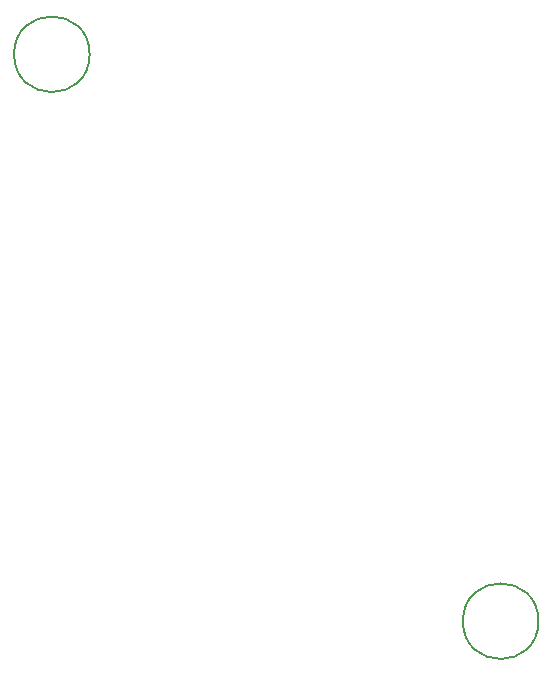
<source format=gbr>
%TF.GenerationSoftware,KiCad,Pcbnew,(6.0.2-0)*%
%TF.CreationDate,2022-04-22T19:08:35+09:30*%
%TF.ProjectId,scrambler,73637261-6d62-46c6-9572-2e6b69636164,1.0*%
%TF.SameCoordinates,Original*%
%TF.FileFunction,Other,Comment*%
%FSLAX46Y46*%
G04 Gerber Fmt 4.6, Leading zero omitted, Abs format (unit mm)*
G04 Created by KiCad (PCBNEW (6.0.2-0)) date 2022-04-22 19:08:35*
%MOMM*%
%LPD*%
G01*
G04 APERTURE LIST*
%ADD10C,0.150000*%
G04 APERTURE END LIST*
D10*
%TO.C,REF\u002A\u002A*%
X74840000Y-83640000D02*
G75*
G03*
X74840000Y-83640000I-3200000J0D01*
G01*
X36840000Y-35640000D02*
G75*
G03*
X36840000Y-35640000I-3200000J0D01*
G01*
%TD*%
M02*

</source>
